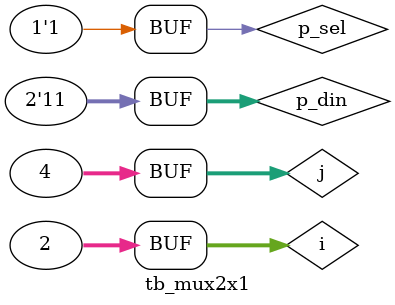
<source format=v>
`timescale 10ns / 1ns
`include "mux2x1.v"

module tb_mux2x1();
  reg p_sel;
  reg [1:0] p_din;
  wire p_dout;
  integer i, j;
  
  mux2x1 m (p_dout, p_sel, p_din);
  
  initial
  begin
    p_din = 2'b0;
    p_sel = 1'b0;
    for (i=0; i<2; i=i+1)
    begin
      for (j=0; j<4; j=j+1)
      begin
        p_sel = i;
        p_din = j;
        #10;
      end
    end
  end
  
endmodule

</source>
